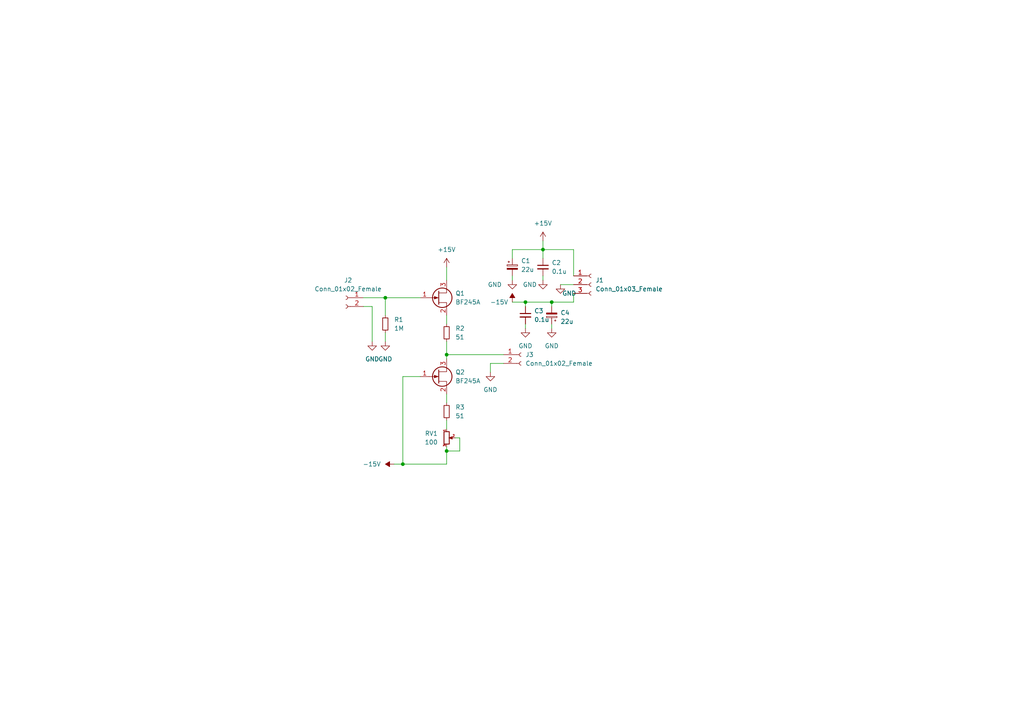
<source format=kicad_sch>
(kicad_sch (version 20230121) (generator eeschema)

  (uuid e63e39d7-6ac0-4ffd-8aa3-1841a4541b55)

  (paper "A4")

  (lib_symbols
    (symbol "Connector:Conn_01x02_Female" (pin_names (offset 1.016) hide) (in_bom yes) (on_board yes)
      (property "Reference" "J" (at 0 2.54 0)
        (effects (font (size 1.27 1.27)))
      )
      (property "Value" "Conn_01x02_Female" (at 0 -5.08 0)
        (effects (font (size 1.27 1.27)))
      )
      (property "Footprint" "" (at 0 0 0)
        (effects (font (size 1.27 1.27)) hide)
      )
      (property "Datasheet" "~" (at 0 0 0)
        (effects (font (size 1.27 1.27)) hide)
      )
      (property "ki_keywords" "connector" (at 0 0 0)
        (effects (font (size 1.27 1.27)) hide)
      )
      (property "ki_description" "Generic connector, single row, 01x02, script generated (kicad-library-utils/schlib/autogen/connector/)" (at 0 0 0)
        (effects (font (size 1.27 1.27)) hide)
      )
      (property "ki_fp_filters" "Connector*:*_1x??_*" (at 0 0 0)
        (effects (font (size 1.27 1.27)) hide)
      )
      (symbol "Conn_01x02_Female_1_1"
        (arc (start 0 -2.032) (mid -0.5058 -2.54) (end 0 -3.048)
          (stroke (width 0.1524) (type default))
          (fill (type none))
        )
        (polyline
          (pts
            (xy -1.27 -2.54)
            (xy -0.508 -2.54)
          )
          (stroke (width 0.1524) (type default))
          (fill (type none))
        )
        (polyline
          (pts
            (xy -1.27 0)
            (xy -0.508 0)
          )
          (stroke (width 0.1524) (type default))
          (fill (type none))
        )
        (arc (start 0 0.508) (mid -0.5058 0) (end 0 -0.508)
          (stroke (width 0.1524) (type default))
          (fill (type none))
        )
        (pin passive line (at -5.08 0 0) (length 3.81)
          (name "Pin_1" (effects (font (size 1.27 1.27))))
          (number "1" (effects (font (size 1.27 1.27))))
        )
        (pin passive line (at -5.08 -2.54 0) (length 3.81)
          (name "Pin_2" (effects (font (size 1.27 1.27))))
          (number "2" (effects (font (size 1.27 1.27))))
        )
      )
    )
    (symbol "Connector:Conn_01x03_Female" (pin_names (offset 1.016) hide) (in_bom yes) (on_board yes)
      (property "Reference" "J" (at 0 5.08 0)
        (effects (font (size 1.27 1.27)))
      )
      (property "Value" "Conn_01x03_Female" (at 0 -5.08 0)
        (effects (font (size 1.27 1.27)))
      )
      (property "Footprint" "" (at 0 0 0)
        (effects (font (size 1.27 1.27)) hide)
      )
      (property "Datasheet" "~" (at 0 0 0)
        (effects (font (size 1.27 1.27)) hide)
      )
      (property "ki_keywords" "connector" (at 0 0 0)
        (effects (font (size 1.27 1.27)) hide)
      )
      (property "ki_description" "Generic connector, single row, 01x03, script generated (kicad-library-utils/schlib/autogen/connector/)" (at 0 0 0)
        (effects (font (size 1.27 1.27)) hide)
      )
      (property "ki_fp_filters" "Connector*:*_1x??_*" (at 0 0 0)
        (effects (font (size 1.27 1.27)) hide)
      )
      (symbol "Conn_01x03_Female_1_1"
        (arc (start 0 -2.032) (mid -0.5058 -2.54) (end 0 -3.048)
          (stroke (width 0.1524) (type default))
          (fill (type none))
        )
        (polyline
          (pts
            (xy -1.27 -2.54)
            (xy -0.508 -2.54)
          )
          (stroke (width 0.1524) (type default))
          (fill (type none))
        )
        (polyline
          (pts
            (xy -1.27 0)
            (xy -0.508 0)
          )
          (stroke (width 0.1524) (type default))
          (fill (type none))
        )
        (polyline
          (pts
            (xy -1.27 2.54)
            (xy -0.508 2.54)
          )
          (stroke (width 0.1524) (type default))
          (fill (type none))
        )
        (arc (start 0 0.508) (mid -0.5058 0) (end 0 -0.508)
          (stroke (width 0.1524) (type default))
          (fill (type none))
        )
        (arc (start 0 3.048) (mid -0.5058 2.54) (end 0 2.032)
          (stroke (width 0.1524) (type default))
          (fill (type none))
        )
        (pin passive line (at -5.08 2.54 0) (length 3.81)
          (name "Pin_1" (effects (font (size 1.27 1.27))))
          (number "1" (effects (font (size 1.27 1.27))))
        )
        (pin passive line (at -5.08 0 0) (length 3.81)
          (name "Pin_2" (effects (font (size 1.27 1.27))))
          (number "2" (effects (font (size 1.27 1.27))))
        )
        (pin passive line (at -5.08 -2.54 0) (length 3.81)
          (name "Pin_3" (effects (font (size 1.27 1.27))))
          (number "3" (effects (font (size 1.27 1.27))))
        )
      )
    )
    (symbol "Device:C_Polarized_Small" (pin_numbers hide) (pin_names (offset 0.254) hide) (in_bom yes) (on_board yes)
      (property "Reference" "C" (at 0.254 1.778 0)
        (effects (font (size 1.27 1.27)) (justify left))
      )
      (property "Value" "C_Polarized_Small" (at 0.254 -2.032 0)
        (effects (font (size 1.27 1.27)) (justify left))
      )
      (property "Footprint" "" (at 0 0 0)
        (effects (font (size 1.27 1.27)) hide)
      )
      (property "Datasheet" "~" (at 0 0 0)
        (effects (font (size 1.27 1.27)) hide)
      )
      (property "ki_keywords" "cap capacitor" (at 0 0 0)
        (effects (font (size 1.27 1.27)) hide)
      )
      (property "ki_description" "Polarized capacitor, small symbol" (at 0 0 0)
        (effects (font (size 1.27 1.27)) hide)
      )
      (property "ki_fp_filters" "CP_*" (at 0 0 0)
        (effects (font (size 1.27 1.27)) hide)
      )
      (symbol "C_Polarized_Small_0_1"
        (rectangle (start -1.524 -0.3048) (end 1.524 -0.6858)
          (stroke (width 0) (type default))
          (fill (type outline))
        )
        (rectangle (start -1.524 0.6858) (end 1.524 0.3048)
          (stroke (width 0) (type default))
          (fill (type none))
        )
        (polyline
          (pts
            (xy -1.27 1.524)
            (xy -0.762 1.524)
          )
          (stroke (width 0) (type default))
          (fill (type none))
        )
        (polyline
          (pts
            (xy -1.016 1.27)
            (xy -1.016 1.778)
          )
          (stroke (width 0) (type default))
          (fill (type none))
        )
      )
      (symbol "C_Polarized_Small_1_1"
        (pin passive line (at 0 2.54 270) (length 1.8542)
          (name "~" (effects (font (size 1.27 1.27))))
          (number "1" (effects (font (size 1.27 1.27))))
        )
        (pin passive line (at 0 -2.54 90) (length 1.8542)
          (name "~" (effects (font (size 1.27 1.27))))
          (number "2" (effects (font (size 1.27 1.27))))
        )
      )
    )
    (symbol "Device:C_Small" (pin_numbers hide) (pin_names (offset 0.254) hide) (in_bom yes) (on_board yes)
      (property "Reference" "C" (at 0.254 1.778 0)
        (effects (font (size 1.27 1.27)) (justify left))
      )
      (property "Value" "C_Small" (at 0.254 -2.032 0)
        (effects (font (size 1.27 1.27)) (justify left))
      )
      (property "Footprint" "" (at 0 0 0)
        (effects (font (size 1.27 1.27)) hide)
      )
      (property "Datasheet" "~" (at 0 0 0)
        (effects (font (size 1.27 1.27)) hide)
      )
      (property "ki_keywords" "capacitor cap" (at 0 0 0)
        (effects (font (size 1.27 1.27)) hide)
      )
      (property "ki_description" "Unpolarized capacitor, small symbol" (at 0 0 0)
        (effects (font (size 1.27 1.27)) hide)
      )
      (property "ki_fp_filters" "C_*" (at 0 0 0)
        (effects (font (size 1.27 1.27)) hide)
      )
      (symbol "C_Small_0_1"
        (polyline
          (pts
            (xy -1.524 -0.508)
            (xy 1.524 -0.508)
          )
          (stroke (width 0.3302) (type default))
          (fill (type none))
        )
        (polyline
          (pts
            (xy -1.524 0.508)
            (xy 1.524 0.508)
          )
          (stroke (width 0.3048) (type default))
          (fill (type none))
        )
      )
      (symbol "C_Small_1_1"
        (pin passive line (at 0 2.54 270) (length 2.032)
          (name "~" (effects (font (size 1.27 1.27))))
          (number "1" (effects (font (size 1.27 1.27))))
        )
        (pin passive line (at 0 -2.54 90) (length 2.032)
          (name "~" (effects (font (size 1.27 1.27))))
          (number "2" (effects (font (size 1.27 1.27))))
        )
      )
    )
    (symbol "Device:R_Potentiometer_Small" (pin_names (offset 1.016) hide) (in_bom yes) (on_board yes)
      (property "Reference" "RV" (at -4.445 0 90)
        (effects (font (size 1.27 1.27)))
      )
      (property "Value" "R_Potentiometer_Small" (at -2.54 0 90)
        (effects (font (size 1.27 1.27)))
      )
      (property "Footprint" "" (at 0 0 0)
        (effects (font (size 1.27 1.27)) hide)
      )
      (property "Datasheet" "~" (at 0 0 0)
        (effects (font (size 1.27 1.27)) hide)
      )
      (property "ki_keywords" "resistor variable" (at 0 0 0)
        (effects (font (size 1.27 1.27)) hide)
      )
      (property "ki_description" "Potentiometer" (at 0 0 0)
        (effects (font (size 1.27 1.27)) hide)
      )
      (property "ki_fp_filters" "Potentiometer*" (at 0 0 0)
        (effects (font (size 1.27 1.27)) hide)
      )
      (symbol "R_Potentiometer_Small_0_1"
        (polyline
          (pts
            (xy 0.889 0)
            (xy 0.635 0)
            (xy 1.651 0.381)
            (xy 1.651 -0.381)
            (xy 0.635 0)
            (xy 0.889 0)
          )
          (stroke (width 0) (type default))
          (fill (type outline))
        )
        (rectangle (start 0.762 1.8034) (end -0.762 -1.8034)
          (stroke (width 0.254) (type default))
          (fill (type none))
        )
      )
      (symbol "R_Potentiometer_Small_1_1"
        (pin passive line (at 0 2.54 270) (length 0.635)
          (name "1" (effects (font (size 0.635 0.635))))
          (number "1" (effects (font (size 0.635 0.635))))
        )
        (pin passive line (at 2.54 0 180) (length 0.9906)
          (name "2" (effects (font (size 0.635 0.635))))
          (number "2" (effects (font (size 0.635 0.635))))
        )
        (pin passive line (at 0 -2.54 90) (length 0.635)
          (name "3" (effects (font (size 0.635 0.635))))
          (number "3" (effects (font (size 0.635 0.635))))
        )
      )
    )
    (symbol "Device:R_Small" (pin_numbers hide) (pin_names (offset 0.254) hide) (in_bom yes) (on_board yes)
      (property "Reference" "R" (at 0.762 0.508 0)
        (effects (font (size 1.27 1.27)) (justify left))
      )
      (property "Value" "R_Small" (at 0.762 -1.016 0)
        (effects (font (size 1.27 1.27)) (justify left))
      )
      (property "Footprint" "" (at 0 0 0)
        (effects (font (size 1.27 1.27)) hide)
      )
      (property "Datasheet" "~" (at 0 0 0)
        (effects (font (size 1.27 1.27)) hide)
      )
      (property "ki_keywords" "R resistor" (at 0 0 0)
        (effects (font (size 1.27 1.27)) hide)
      )
      (property "ki_description" "Resistor, small symbol" (at 0 0 0)
        (effects (font (size 1.27 1.27)) hide)
      )
      (property "ki_fp_filters" "R_*" (at 0 0 0)
        (effects (font (size 1.27 1.27)) hide)
      )
      (symbol "R_Small_0_1"
        (rectangle (start -0.762 1.778) (end 0.762 -1.778)
          (stroke (width 0.2032) (type default))
          (fill (type none))
        )
      )
      (symbol "R_Small_1_1"
        (pin passive line (at 0 2.54 270) (length 0.762)
          (name "~" (effects (font (size 1.27 1.27))))
          (number "1" (effects (font (size 1.27 1.27))))
        )
        (pin passive line (at 0 -2.54 90) (length 0.762)
          (name "~" (effects (font (size 1.27 1.27))))
          (number "2" (effects (font (size 1.27 1.27))))
        )
      )
    )
    (symbol "Transistor_FET:BF245A" (pin_names hide) (in_bom yes) (on_board yes)
      (property "Reference" "Q" (at 5.08 1.905 0)
        (effects (font (size 1.27 1.27)) (justify left))
      )
      (property "Value" "BF245A" (at 5.08 0 0)
        (effects (font (size 1.27 1.27)) (justify left))
      )
      (property "Footprint" "Package_TO_SOT_THT:TO-92_Inline" (at 5.08 -1.905 0)
        (effects (font (size 1.27 1.27) italic) (justify left) hide)
      )
      (property "Datasheet" "https://www.onsemi.com/pub/Collateral/BF245A-D.PDF" (at 0 0 0)
        (effects (font (size 1.27 1.27)) (justify left) hide)
      )
      (property "ki_keywords" "N-Channel FET Transistor Low Voltage" (at 0 0 0)
        (effects (font (size 1.27 1.27)) hide)
      )
      (property "ki_description" "50mA Id, 30V Vgs, N-Channel FET Transistor, TO-92" (at 0 0 0)
        (effects (font (size 1.27 1.27)) hide)
      )
      (property "ki_fp_filters" "TO?92*" (at 0 0 0)
        (effects (font (size 1.27 1.27)) hide)
      )
      (symbol "BF245A_0_1"
        (polyline
          (pts
            (xy 0.254 0)
            (xy -2.54 0)
          )
          (stroke (width 0) (type default))
          (fill (type none))
        )
        (polyline
          (pts
            (xy 0.254 1.905)
            (xy 0.254 -1.905)
          )
          (stroke (width 0.254) (type default))
          (fill (type none))
        )
        (polyline
          (pts
            (xy 2.54 -2.54)
            (xy 2.54 -1.397)
            (xy 0.254 -1.397)
          )
          (stroke (width 0) (type default))
          (fill (type none))
        )
        (polyline
          (pts
            (xy 2.54 2.54)
            (xy 2.54 1.397)
            (xy 0.254 1.397)
          )
          (stroke (width 0) (type default))
          (fill (type none))
        )
        (polyline
          (pts
            (xy 0 0)
            (xy -1.016 0.381)
            (xy -1.016 -0.381)
            (xy 0 0)
          )
          (stroke (width 0) (type default))
          (fill (type outline))
        )
        (circle (center 1.27 0) (radius 2.8194)
          (stroke (width 0.254) (type default))
          (fill (type none))
        )
      )
      (symbol "BF245A_1_1"
        (pin input line (at -5.08 0 0) (length 2.54)
          (name "G" (effects (font (size 1.27 1.27))))
          (number "1" (effects (font (size 1.27 1.27))))
        )
        (pin passive line (at 2.54 -5.08 90) (length 2.54)
          (name "S" (effects (font (size 1.27 1.27))))
          (number "2" (effects (font (size 1.27 1.27))))
        )
        (pin passive line (at 2.54 5.08 270) (length 2.54)
          (name "D" (effects (font (size 1.27 1.27))))
          (number "3" (effects (font (size 1.27 1.27))))
        )
      )
    )
    (symbol "power:+15V" (power) (pin_names (offset 0)) (in_bom yes) (on_board yes)
      (property "Reference" "#PWR" (at 0 -3.81 0)
        (effects (font (size 1.27 1.27)) hide)
      )
      (property "Value" "+15V" (at 0 3.556 0)
        (effects (font (size 1.27 1.27)))
      )
      (property "Footprint" "" (at 0 0 0)
        (effects (font (size 1.27 1.27)) hide)
      )
      (property "Datasheet" "" (at 0 0 0)
        (effects (font (size 1.27 1.27)) hide)
      )
      (property "ki_keywords" "power-flag" (at 0 0 0)
        (effects (font (size 1.27 1.27)) hide)
      )
      (property "ki_description" "Power symbol creates a global label with name \"+15V\"" (at 0 0 0)
        (effects (font (size 1.27 1.27)) hide)
      )
      (symbol "+15V_0_1"
        (polyline
          (pts
            (xy -0.762 1.27)
            (xy 0 2.54)
          )
          (stroke (width 0) (type default))
          (fill (type none))
        )
        (polyline
          (pts
            (xy 0 0)
            (xy 0 2.54)
          )
          (stroke (width 0) (type default))
          (fill (type none))
        )
        (polyline
          (pts
            (xy 0 2.54)
            (xy 0.762 1.27)
          )
          (stroke (width 0) (type default))
          (fill (type none))
        )
      )
      (symbol "+15V_1_1"
        (pin power_in line (at 0 0 90) (length 0) hide
          (name "+15V" (effects (font (size 1.27 1.27))))
          (number "1" (effects (font (size 1.27 1.27))))
        )
      )
    )
    (symbol "power:-15V" (power) (pin_names (offset 0)) (in_bom yes) (on_board yes)
      (property "Reference" "#PWR" (at 0 2.54 0)
        (effects (font (size 1.27 1.27)) hide)
      )
      (property "Value" "-15V" (at 0 3.81 0)
        (effects (font (size 1.27 1.27)))
      )
      (property "Footprint" "" (at 0 0 0)
        (effects (font (size 1.27 1.27)) hide)
      )
      (property "Datasheet" "" (at 0 0 0)
        (effects (font (size 1.27 1.27)) hide)
      )
      (property "ki_keywords" "power-flag" (at 0 0 0)
        (effects (font (size 1.27 1.27)) hide)
      )
      (property "ki_description" "Power symbol creates a global label with name \"-15V\"" (at 0 0 0)
        (effects (font (size 1.27 1.27)) hide)
      )
      (symbol "-15V_0_0"
        (pin power_in line (at 0 0 90) (length 0) hide
          (name "-15V" (effects (font (size 1.27 1.27))))
          (number "1" (effects (font (size 1.27 1.27))))
        )
      )
      (symbol "-15V_0_1"
        (polyline
          (pts
            (xy 0 0)
            (xy 0 1.27)
            (xy 0.762 1.27)
            (xy 0 2.54)
            (xy -0.762 1.27)
            (xy 0 1.27)
          )
          (stroke (width 0) (type default))
          (fill (type outline))
        )
      )
    )
    (symbol "power:GND" (power) (pin_names (offset 0)) (in_bom yes) (on_board yes)
      (property "Reference" "#PWR" (at 0 -6.35 0)
        (effects (font (size 1.27 1.27)) hide)
      )
      (property "Value" "GND" (at 0 -3.81 0)
        (effects (font (size 1.27 1.27)))
      )
      (property "Footprint" "" (at 0 0 0)
        (effects (font (size 1.27 1.27)) hide)
      )
      (property "Datasheet" "" (at 0 0 0)
        (effects (font (size 1.27 1.27)) hide)
      )
      (property "ki_keywords" "power-flag" (at 0 0 0)
        (effects (font (size 1.27 1.27)) hide)
      )
      (property "ki_description" "Power symbol creates a global label with name \"GND\" , ground" (at 0 0 0)
        (effects (font (size 1.27 1.27)) hide)
      )
      (symbol "GND_0_1"
        (polyline
          (pts
            (xy 0 0)
            (xy 0 -1.27)
            (xy 1.27 -1.27)
            (xy 0 -2.54)
            (xy -1.27 -1.27)
            (xy 0 -1.27)
          )
          (stroke (width 0) (type default))
          (fill (type none))
        )
      )
      (symbol "GND_1_1"
        (pin power_in line (at 0 0 270) (length 0) hide
          (name "GND" (effects (font (size 1.27 1.27))))
          (number "1" (effects (font (size 1.27 1.27))))
        )
      )
    )
  )

  (junction (at 116.84 134.62) (diameter 0) (color 0 0 0 0)
    (uuid 4aa10f7e-92b2-47a5-b77b-e594b5ea5280)
  )
  (junction (at 129.54 102.87) (diameter 0) (color 0 0 0 0)
    (uuid 4b845703-6ef5-4045-adeb-0a5966319a54)
  )
  (junction (at 160.02 87.63) (diameter 0) (color 0 0 0 0)
    (uuid 54668a8d-6869-4185-80a1-6fb82701f4fe)
  )
  (junction (at 157.48 72.39) (diameter 0) (color 0 0 0 0)
    (uuid 5d8723d3-7739-4950-8eba-7aa4f8db8a19)
  )
  (junction (at 111.76 86.36) (diameter 0) (color 0 0 0 0)
    (uuid 6b272fd1-414a-46a6-80d4-c897a1658139)
  )
  (junction (at 152.4 87.63) (diameter 0) (color 0 0 0 0)
    (uuid 6b437add-d402-4d3c-9f94-08dcc832ec34)
  )
  (junction (at 129.54 130.81) (diameter 0) (color 0 0 0 0)
    (uuid 80e5dcbb-42b9-4f3e-8bc7-fefe1191020d)
  )

  (wire (pts (xy 148.59 87.63) (xy 152.4 87.63))
    (stroke (width 0) (type default))
    (uuid 09e192ca-61bf-43c6-a605-71eeaa1b5feb)
  )
  (wire (pts (xy 114.3 134.62) (xy 116.84 134.62))
    (stroke (width 0) (type default))
    (uuid 0d43920b-1724-4299-822b-453cf6717b77)
  )
  (wire (pts (xy 160.02 93.98) (xy 160.02 95.25))
    (stroke (width 0) (type default))
    (uuid 0e4ab230-e03d-4b9a-9159-cfa3d7c2f217)
  )
  (wire (pts (xy 129.54 102.87) (xy 146.05 102.87))
    (stroke (width 0) (type default))
    (uuid 1395a383-b463-49f2-9a9b-4e3202d0bb81)
  )
  (wire (pts (xy 129.54 99.06) (xy 129.54 102.87))
    (stroke (width 0) (type default))
    (uuid 177b2ef1-bc50-4950-9d9b-57c12808e312)
  )
  (wire (pts (xy 111.76 86.36) (xy 121.92 86.36))
    (stroke (width 0) (type default))
    (uuid 184ac5ad-d287-402f-b65e-c0863e6ca5fd)
  )
  (wire (pts (xy 105.41 88.9) (xy 107.95 88.9))
    (stroke (width 0) (type default))
    (uuid 1aee0201-ba7d-4c87-896e-527e28970a2f)
  )
  (wire (pts (xy 105.41 86.36) (xy 111.76 86.36))
    (stroke (width 0) (type default))
    (uuid 1f00e277-8fc0-4662-8941-c4d05ab45239)
  )
  (wire (pts (xy 148.59 72.39) (xy 148.59 74.93))
    (stroke (width 0) (type default))
    (uuid 21354175-3ecb-465f-a54a-d9c487eb5f61)
  )
  (wire (pts (xy 111.76 91.44) (xy 111.76 86.36))
    (stroke (width 0) (type default))
    (uuid 21fc63cc-71f6-418a-ba3f-cb6d9586f523)
  )
  (wire (pts (xy 162.56 82.55) (xy 166.37 82.55))
    (stroke (width 0) (type default))
    (uuid 4cb41ee2-1ee3-48bb-8028-6fda92ea16a9)
  )
  (wire (pts (xy 166.37 72.39) (xy 166.37 80.01))
    (stroke (width 0) (type default))
    (uuid 4ef8767a-277e-4be9-a28a-1823a1a7c6a7)
  )
  (wire (pts (xy 142.24 105.41) (xy 146.05 105.41))
    (stroke (width 0) (type default))
    (uuid 50b6aa6e-a9ed-4bda-afb7-85af9d92b210)
  )
  (wire (pts (xy 152.4 87.63) (xy 160.02 87.63))
    (stroke (width 0) (type default))
    (uuid 56c51e38-c287-4ad6-af06-2d3d22a77587)
  )
  (wire (pts (xy 157.48 72.39) (xy 148.59 72.39))
    (stroke (width 0) (type default))
    (uuid 5d33cca4-f2eb-44d8-b0e7-4b35cd04d6c0)
  )
  (wire (pts (xy 129.54 102.87) (xy 129.54 104.14))
    (stroke (width 0) (type default))
    (uuid 66e6623d-f84e-4f07-b919-158f991a0383)
  )
  (wire (pts (xy 152.4 93.98) (xy 152.4 95.25))
    (stroke (width 0) (type default))
    (uuid 6a0bcc7c-41ac-40de-b94b-28a43d3cda4e)
  )
  (wire (pts (xy 129.54 121.92) (xy 129.54 124.46))
    (stroke (width 0) (type default))
    (uuid 7209f442-fb58-49a3-b10b-1eb5601087c3)
  )
  (wire (pts (xy 111.76 96.52) (xy 111.76 99.06))
    (stroke (width 0) (type default))
    (uuid 73970262-f4bf-4738-8857-aad98cd117af)
  )
  (wire (pts (xy 129.54 114.3) (xy 129.54 116.84))
    (stroke (width 0) (type default))
    (uuid 771f8d40-3524-435a-a806-76f34f9becca)
  )
  (wire (pts (xy 160.02 88.9) (xy 160.02 87.63))
    (stroke (width 0) (type default))
    (uuid 803e41b8-9a5b-4fe8-a806-d07cd514e807)
  )
  (wire (pts (xy 148.59 80.01) (xy 148.59 81.28))
    (stroke (width 0) (type default))
    (uuid 8f7000f4-0c3b-4749-b12d-6129976e7c02)
  )
  (wire (pts (xy 166.37 85.09) (xy 166.37 87.63))
    (stroke (width 0) (type default))
    (uuid 9121b7dc-88c1-4d73-8ac7-e81920785fae)
  )
  (wire (pts (xy 157.48 80.01) (xy 157.48 81.28))
    (stroke (width 0) (type default))
    (uuid 9da434be-a59f-45c6-b7fe-50ed7a20b8a9)
  )
  (wire (pts (xy 116.84 134.62) (xy 129.54 134.62))
    (stroke (width 0) (type default))
    (uuid ab1817d8-66e4-48e8-8dba-1fc43c645cad)
  )
  (wire (pts (xy 129.54 130.81) (xy 133.35 130.81))
    (stroke (width 0) (type default))
    (uuid ab406cca-bbe7-459c-8c1f-eaa2010b2130)
  )
  (wire (pts (xy 129.54 130.81) (xy 129.54 134.62))
    (stroke (width 0) (type default))
    (uuid ac2d20fb-b587-4e84-95b9-c4caef68d532)
  )
  (wire (pts (xy 129.54 77.47) (xy 129.54 81.28))
    (stroke (width 0) (type default))
    (uuid b4c1cefa-be24-499f-8fca-7ea094e7dd35)
  )
  (wire (pts (xy 116.84 109.22) (xy 121.92 109.22))
    (stroke (width 0) (type default))
    (uuid bbab17bb-49e9-48a9-92ac-0623e38676a4)
  )
  (wire (pts (xy 157.48 72.39) (xy 157.48 74.93))
    (stroke (width 0) (type default))
    (uuid bc10cd31-0eec-4a24-a29b-726ac09a41e7)
  )
  (wire (pts (xy 160.02 87.63) (xy 166.37 87.63))
    (stroke (width 0) (type default))
    (uuid be616624-0730-4a2a-9037-ecd0e840ef82)
  )
  (wire (pts (xy 142.24 107.95) (xy 142.24 105.41))
    (stroke (width 0) (type default))
    (uuid cdf26929-46d8-416f-834e-5a6d774e7f40)
  )
  (wire (pts (xy 129.54 130.81) (xy 129.54 129.54))
    (stroke (width 0) (type default))
    (uuid d6df2d38-4e20-41e1-9db3-094025389002)
  )
  (wire (pts (xy 152.4 88.9) (xy 152.4 87.63))
    (stroke (width 0) (type default))
    (uuid df3b381e-4ea3-49ad-8c79-bbe2d7541527)
  )
  (wire (pts (xy 133.35 130.81) (xy 133.35 127))
    (stroke (width 0) (type default))
    (uuid ea08bfa5-3db1-4ed3-9ad5-d21fa5a4de15)
  )
  (wire (pts (xy 116.84 109.22) (xy 116.84 134.62))
    (stroke (width 0) (type default))
    (uuid ee66bf77-b956-4fe2-843b-3fa5e0399a6b)
  )
  (wire (pts (xy 132.08 127) (xy 133.35 127))
    (stroke (width 0) (type default))
    (uuid ef5b51f6-b5d7-4199-8c1f-5674a5111de7)
  )
  (wire (pts (xy 107.95 99.06) (xy 107.95 88.9))
    (stroke (width 0) (type default))
    (uuid f252d74b-2ace-4f9e-a26b-0ca4e6219736)
  )
  (wire (pts (xy 129.54 91.44) (xy 129.54 93.98))
    (stroke (width 0) (type default))
    (uuid f572329a-e113-47fa-ad88-a581beda9012)
  )
  (wire (pts (xy 166.37 72.39) (xy 157.48 72.39))
    (stroke (width 0) (type default))
    (uuid f5fc9b61-8c05-4154-a2ec-600117daceb2)
  )
  (wire (pts (xy 157.48 69.85) (xy 157.48 72.39))
    (stroke (width 0) (type default))
    (uuid f6848b21-9585-47d7-9ad9-265a5d32bef0)
  )

  (symbol (lib_id "Device:C_Small") (at 152.4 91.44 0) (unit 1)
    (in_bom yes) (on_board yes) (dnp no) (fields_autoplaced)
    (uuid 09a56acb-7125-41cb-b7e9-e9c8d42a26e5)
    (property "Reference" "C3" (at 154.94 90.1762 0)
      (effects (font (size 1.27 1.27)) (justify left))
    )
    (property "Value" "0.1u" (at 154.94 92.7162 0)
      (effects (font (size 1.27 1.27)) (justify left))
    )
    (property "Footprint" "Capacitor_SMD:C_0805_2012Metric" (at 152.4 91.44 0)
      (effects (font (size 1.27 1.27)) hide)
    )
    (property "Datasheet" "~" (at 152.4 91.44 0)
      (effects (font (size 1.27 1.27)) hide)
    )
    (pin "1" (uuid 43e2f932-9d0d-4a97-af5d-749f39ab369e))
    (pin "2" (uuid b0af4130-46c0-4be8-9400-72ecdec20706))
    (instances
      (project "Wtórnik_oscyloskopowy_JFET"
        (path "/e63e39d7-6ac0-4ffd-8aa3-1841a4541b55"
          (reference "C3") (unit 1)
        )
      )
    )
  )

  (symbol (lib_id "Connector:Conn_01x02_Female") (at 100.33 86.36 0) (mirror y) (unit 1)
    (in_bom yes) (on_board yes) (dnp no) (fields_autoplaced)
    (uuid 0ae91059-c3cb-42ca-b237-3365d95bbdf4)
    (property "Reference" "J2" (at 100.965 81.28 0)
      (effects (font (size 1.27 1.27)))
    )
    (property "Value" "Conn_01x02_Female" (at 100.965 83.82 0)
      (effects (font (size 1.27 1.27)))
    )
    (property "Footprint" "Connector_PinHeader_2.54mm:PinHeader_1x02_P2.54mm_Vertical" (at 100.33 86.36 0)
      (effects (font (size 1.27 1.27)) hide)
    )
    (property "Datasheet" "~" (at 100.33 86.36 0)
      (effects (font (size 1.27 1.27)) hide)
    )
    (pin "1" (uuid 8c6d2a68-1e86-4cd8-86da-9252a6831921))
    (pin "2" (uuid 2c75b0fd-8d39-4134-8230-331aada634fa))
    (instances
      (project "Wtórnik_oscyloskopowy_JFET"
        (path "/e63e39d7-6ac0-4ffd-8aa3-1841a4541b55"
          (reference "J2") (unit 1)
        )
      )
    )
  )

  (symbol (lib_id "Device:R_Small") (at 129.54 119.38 0) (unit 1)
    (in_bom yes) (on_board yes) (dnp no) (fields_autoplaced)
    (uuid 19b6fdb7-c2da-4e40-b2bb-be0a937611f0)
    (property "Reference" "R3" (at 132.08 118.1099 0)
      (effects (font (size 1.27 1.27)) (justify left))
    )
    (property "Value" "51" (at 132.08 120.6499 0)
      (effects (font (size 1.27 1.27)) (justify left))
    )
    (property "Footprint" "Resistor_SMD:R_0805_2012Metric" (at 129.54 119.38 0)
      (effects (font (size 1.27 1.27)) hide)
    )
    (property "Datasheet" "~" (at 129.54 119.38 0)
      (effects (font (size 1.27 1.27)) hide)
    )
    (pin "1" (uuid 8d8b2706-9915-4c1b-a96c-fb7f84829922))
    (pin "2" (uuid 15e78e6a-8c84-4259-bcfc-c1d391a2ae95))
    (instances
      (project "Wtórnik_oscyloskopowy_JFET"
        (path "/e63e39d7-6ac0-4ffd-8aa3-1841a4541b55"
          (reference "R3") (unit 1)
        )
      )
    )
  )

  (symbol (lib_id "Device:C_Small") (at 157.48 77.47 0) (unit 1)
    (in_bom yes) (on_board yes) (dnp no) (fields_autoplaced)
    (uuid 24b2d98a-16d1-42e6-b966-91f96e2dfd1a)
    (property "Reference" "C2" (at 160.02 76.2062 0)
      (effects (font (size 1.27 1.27)) (justify left))
    )
    (property "Value" "0.1u" (at 160.02 78.7462 0)
      (effects (font (size 1.27 1.27)) (justify left))
    )
    (property "Footprint" "Capacitor_SMD:C_0805_2012Metric" (at 157.48 77.47 0)
      (effects (font (size 1.27 1.27)) hide)
    )
    (property "Datasheet" "~" (at 157.48 77.47 0)
      (effects (font (size 1.27 1.27)) hide)
    )
    (pin "1" (uuid b10980a7-95d9-4dee-b09a-64b12f96c76b))
    (pin "2" (uuid 951a6862-33fc-4134-bb71-2aad04f8b459))
    (instances
      (project "Wtórnik_oscyloskopowy_JFET"
        (path "/e63e39d7-6ac0-4ffd-8aa3-1841a4541b55"
          (reference "C2") (unit 1)
        )
      )
    )
  )

  (symbol (lib_id "power:GND") (at 107.95 99.06 0) (unit 1)
    (in_bom yes) (on_board yes) (dnp no) (fields_autoplaced)
    (uuid 24d65863-2154-46a1-8d8a-76dec4fc659f)
    (property "Reference" "#PWR09" (at 107.95 105.41 0)
      (effects (font (size 1.27 1.27)) hide)
    )
    (property "Value" "GND" (at 107.95 104.14 0)
      (effects (font (size 1.27 1.27)))
    )
    (property "Footprint" "" (at 107.95 99.06 0)
      (effects (font (size 1.27 1.27)) hide)
    )
    (property "Datasheet" "" (at 107.95 99.06 0)
      (effects (font (size 1.27 1.27)) hide)
    )
    (pin "1" (uuid 8441d3c1-d034-4b26-ab0f-71bf53ef895e))
    (instances
      (project "Wtórnik_oscyloskopowy_JFET"
        (path "/e63e39d7-6ac0-4ffd-8aa3-1841a4541b55"
          (reference "#PWR09") (unit 1)
        )
      )
    )
  )

  (symbol (lib_id "power:GND") (at 162.56 82.55 0) (unit 1)
    (in_bom yes) (on_board yes) (dnp no)
    (uuid 2e52ddce-2cbe-4645-89b6-06038038f987)
    (property "Reference" "#PWR05" (at 162.56 88.9 0)
      (effects (font (size 1.27 1.27)) hide)
    )
    (property "Value" "GND" (at 165.1 85.09 0)
      (effects (font (size 1.27 1.27)))
    )
    (property "Footprint" "" (at 162.56 82.55 0)
      (effects (font (size 1.27 1.27)) hide)
    )
    (property "Datasheet" "" (at 162.56 82.55 0)
      (effects (font (size 1.27 1.27)) hide)
    )
    (pin "1" (uuid d5b0326a-aec6-4804-ae9f-ab162d2a16d9))
    (instances
      (project "Wtórnik_oscyloskopowy_JFET"
        (path "/e63e39d7-6ac0-4ffd-8aa3-1841a4541b55"
          (reference "#PWR05") (unit 1)
        )
      )
    )
  )

  (symbol (lib_id "Device:C_Polarized_Small") (at 160.02 91.44 180) (unit 1)
    (in_bom yes) (on_board yes) (dnp no) (fields_autoplaced)
    (uuid 2f5f13e4-0b2f-488c-922c-a01886eb99ad)
    (property "Reference" "C4" (at 162.56 90.716 0)
      (effects (font (size 1.27 1.27)) (justify right))
    )
    (property "Value" "22u" (at 162.56 93.256 0)
      (effects (font (size 1.27 1.27)) (justify right))
    )
    (property "Footprint" "Capacitor_THT:CP_Radial_Tantal_D5.0mm_P5.00mm" (at 160.02 91.44 0)
      (effects (font (size 1.27 1.27)) hide)
    )
    (property "Datasheet" "~" (at 160.02 91.44 0)
      (effects (font (size 1.27 1.27)) hide)
    )
    (pin "1" (uuid a17fa3ad-9896-4bae-8d92-423e370a41fc))
    (pin "2" (uuid be06d4c0-f899-47d1-b3bf-0ad40310611c))
    (instances
      (project "Wtórnik_oscyloskopowy_JFET"
        (path "/e63e39d7-6ac0-4ffd-8aa3-1841a4541b55"
          (reference "C4") (unit 1)
        )
      )
    )
  )

  (symbol (lib_id "power:+15V") (at 157.48 69.85 0) (unit 1)
    (in_bom yes) (on_board yes) (dnp no) (fields_autoplaced)
    (uuid 40ebd194-a6e5-44e3-ac24-54b6fe1d4b5b)
    (property "Reference" "#PWR01" (at 157.48 73.66 0)
      (effects (font (size 1.27 1.27)) hide)
    )
    (property "Value" "+15V" (at 157.48 64.77 0)
      (effects (font (size 1.27 1.27)))
    )
    (property "Footprint" "" (at 157.48 69.85 0)
      (effects (font (size 1.27 1.27)) hide)
    )
    (property "Datasheet" "" (at 157.48 69.85 0)
      (effects (font (size 1.27 1.27)) hide)
    )
    (pin "1" (uuid 91e0766e-424c-4f56-9f8b-5f877424606a))
    (instances
      (project "Wtórnik_oscyloskopowy_JFET"
        (path "/e63e39d7-6ac0-4ffd-8aa3-1841a4541b55"
          (reference "#PWR01") (unit 1)
        )
      )
    )
  )

  (symbol (lib_id "Connector:Conn_01x03_Female") (at 171.45 82.55 0) (unit 1)
    (in_bom yes) (on_board yes) (dnp no) (fields_autoplaced)
    (uuid 4204dc0d-9206-4a32-87d8-19df999486c3)
    (property "Reference" "J1" (at 172.72 81.2799 0)
      (effects (font (size 1.27 1.27)) (justify left))
    )
    (property "Value" "Conn_01x03_Female" (at 172.72 83.8199 0)
      (effects (font (size 1.27 1.27)) (justify left))
    )
    (property "Footprint" "Connector_PinHeader_2.54mm:PinHeader_1x03_P2.54mm_Vertical" (at 171.45 82.55 0)
      (effects (font (size 1.27 1.27)) hide)
    )
    (property "Datasheet" "~" (at 171.45 82.55 0)
      (effects (font (size 1.27 1.27)) hide)
    )
    (pin "1" (uuid ba2173ed-5db0-4338-96e2-db968a7dac0e))
    (pin "2" (uuid 2568c805-c7ba-4ce1-896c-cf85c5f7c725))
    (pin "3" (uuid 05deb774-e861-48e4-b7e5-0954011a4887))
    (instances
      (project "Wtórnik_oscyloskopowy_JFET"
        (path "/e63e39d7-6ac0-4ffd-8aa3-1841a4541b55"
          (reference "J1") (unit 1)
        )
      )
    )
  )

  (symbol (lib_id "Device:R_Small") (at 129.54 96.52 0) (unit 1)
    (in_bom yes) (on_board yes) (dnp no) (fields_autoplaced)
    (uuid 43d1b320-be08-4c34-893b-273664b3ea68)
    (property "Reference" "R2" (at 132.08 95.2499 0)
      (effects (font (size 1.27 1.27)) (justify left))
    )
    (property "Value" "51" (at 132.08 97.7899 0)
      (effects (font (size 1.27 1.27)) (justify left))
    )
    (property "Footprint" "Resistor_SMD:R_0805_2012Metric" (at 129.54 96.52 0)
      (effects (font (size 1.27 1.27)) hide)
    )
    (property "Datasheet" "~" (at 129.54 96.52 0)
      (effects (font (size 1.27 1.27)) hide)
    )
    (pin "1" (uuid a7928873-604e-41b4-8f3c-a9332a26491c))
    (pin "2" (uuid 772b2560-c224-4933-9225-40be66422908))
    (instances
      (project "Wtórnik_oscyloskopowy_JFET"
        (path "/e63e39d7-6ac0-4ffd-8aa3-1841a4541b55"
          (reference "R2") (unit 1)
        )
      )
    )
  )

  (symbol (lib_id "power:GND") (at 157.48 81.28 0) (unit 1)
    (in_bom yes) (on_board yes) (dnp no)
    (uuid 5d1032ee-a165-44da-9904-c7ff88cd394c)
    (property "Reference" "#PWR04" (at 157.48 87.63 0)
      (effects (font (size 1.27 1.27)) hide)
    )
    (property "Value" "GND" (at 153.67 82.55 0)
      (effects (font (size 1.27 1.27)))
    )
    (property "Footprint" "" (at 157.48 81.28 0)
      (effects (font (size 1.27 1.27)) hide)
    )
    (property "Datasheet" "" (at 157.48 81.28 0)
      (effects (font (size 1.27 1.27)) hide)
    )
    (pin "1" (uuid 756470c6-8226-4d79-8826-198287fb1fa4))
    (instances
      (project "Wtórnik_oscyloskopowy_JFET"
        (path "/e63e39d7-6ac0-4ffd-8aa3-1841a4541b55"
          (reference "#PWR04") (unit 1)
        )
      )
    )
  )

  (symbol (lib_id "Transistor_FET:BF245A") (at 127 109.22 0) (unit 1)
    (in_bom yes) (on_board yes) (dnp no) (fields_autoplaced)
    (uuid 656d53ce-f566-445c-b0e6-a23f4f7c85c3)
    (property "Reference" "Q2" (at 132.08 107.9499 0)
      (effects (font (size 1.27 1.27)) (justify left))
    )
    (property "Value" "BF245A" (at 132.08 110.4899 0)
      (effects (font (size 1.27 1.27)) (justify left))
    )
    (property "Footprint" "Tranzystory:TO-92" (at 132.08 111.125 0)
      (effects (font (size 1.27 1.27) italic) (justify left) hide)
    )
    (property "Datasheet" "https://www.onsemi.com/pub/Collateral/BF245A-D.PDF" (at 127 109.22 0)
      (effects (font (size 1.27 1.27)) (justify left) hide)
    )
    (pin "1" (uuid bb101303-688e-47cd-94d7-3f017d5bbc1b))
    (pin "2" (uuid 104e71da-dfca-45be-b72b-a07760a6df68))
    (pin "3" (uuid af3133d6-3567-4a5e-85de-7a388c670552))
    (instances
      (project "Wtórnik_oscyloskopowy_JFET"
        (path "/e63e39d7-6ac0-4ffd-8aa3-1841a4541b55"
          (reference "Q2") (unit 1)
        )
      )
    )
  )

  (symbol (lib_id "power:GND") (at 152.4 95.25 0) (unit 1)
    (in_bom yes) (on_board yes) (dnp no) (fields_autoplaced)
    (uuid 70f3caa8-f372-4ff6-8ff3-977242d14e9a)
    (property "Reference" "#PWR07" (at 152.4 101.6 0)
      (effects (font (size 1.27 1.27)) hide)
    )
    (property "Value" "GND" (at 152.4 100.33 0)
      (effects (font (size 1.27 1.27)))
    )
    (property "Footprint" "" (at 152.4 95.25 0)
      (effects (font (size 1.27 1.27)) hide)
    )
    (property "Datasheet" "" (at 152.4 95.25 0)
      (effects (font (size 1.27 1.27)) hide)
    )
    (pin "1" (uuid 34aef6d4-26fc-4464-a285-3deb404dbe6b))
    (instances
      (project "Wtórnik_oscyloskopowy_JFET"
        (path "/e63e39d7-6ac0-4ffd-8aa3-1841a4541b55"
          (reference "#PWR07") (unit 1)
        )
      )
    )
  )

  (symbol (lib_id "power:-15V") (at 114.3 134.62 90) (unit 1)
    (in_bom yes) (on_board yes) (dnp no) (fields_autoplaced)
    (uuid 757dd2d4-7aaa-4adc-8dc1-afeefc372aa1)
    (property "Reference" "#PWR012" (at 111.76 134.62 0)
      (effects (font (size 1.27 1.27)) hide)
    )
    (property "Value" "-15V" (at 110.49 134.6199 90)
      (effects (font (size 1.27 1.27)) (justify left))
    )
    (property "Footprint" "" (at 114.3 134.62 0)
      (effects (font (size 1.27 1.27)) hide)
    )
    (property "Datasheet" "" (at 114.3 134.62 0)
      (effects (font (size 1.27 1.27)) hide)
    )
    (pin "1" (uuid 560a0b1a-ae41-4bd6-acb7-1d075af01930))
    (instances
      (project "Wtórnik_oscyloskopowy_JFET"
        (path "/e63e39d7-6ac0-4ffd-8aa3-1841a4541b55"
          (reference "#PWR012") (unit 1)
        )
      )
    )
  )

  (symbol (lib_id "Device:R_Small") (at 111.76 93.98 0) (unit 1)
    (in_bom yes) (on_board yes) (dnp no) (fields_autoplaced)
    (uuid 7a0dea2f-98b5-4afe-8d5d-f39ea5db6892)
    (property "Reference" "R1" (at 114.3 92.7099 0)
      (effects (font (size 1.27 1.27)) (justify left))
    )
    (property "Value" "1M" (at 114.3 95.2499 0)
      (effects (font (size 1.27 1.27)) (justify left))
    )
    (property "Footprint" "Resistor_SMD:R_0805_2012Metric" (at 111.76 93.98 0)
      (effects (font (size 1.27 1.27)) hide)
    )
    (property "Datasheet" "~" (at 111.76 93.98 0)
      (effects (font (size 1.27 1.27)) hide)
    )
    (pin "1" (uuid c73bfff6-9c34-45cb-853c-863990f11aa7))
    (pin "2" (uuid 553e83e2-46ab-4c23-99b1-63f20f063cd2))
    (instances
      (project "Wtórnik_oscyloskopowy_JFET"
        (path "/e63e39d7-6ac0-4ffd-8aa3-1841a4541b55"
          (reference "R1") (unit 1)
        )
      )
    )
  )

  (symbol (lib_id "power:GND") (at 160.02 95.25 0) (unit 1)
    (in_bom yes) (on_board yes) (dnp no) (fields_autoplaced)
    (uuid 9c2fa120-5a44-447f-b383-a5c3a9fa5961)
    (property "Reference" "#PWR08" (at 160.02 101.6 0)
      (effects (font (size 1.27 1.27)) hide)
    )
    (property "Value" "GND" (at 160.02 100.33 0)
      (effects (font (size 1.27 1.27)))
    )
    (property "Footprint" "" (at 160.02 95.25 0)
      (effects (font (size 1.27 1.27)) hide)
    )
    (property "Datasheet" "" (at 160.02 95.25 0)
      (effects (font (size 1.27 1.27)) hide)
    )
    (pin "1" (uuid c46542a6-4082-4137-b477-e1d34730d8b8))
    (instances
      (project "Wtórnik_oscyloskopowy_JFET"
        (path "/e63e39d7-6ac0-4ffd-8aa3-1841a4541b55"
          (reference "#PWR08") (unit 1)
        )
      )
    )
  )

  (symbol (lib_id "Connector:Conn_01x02_Female") (at 151.13 102.87 0) (unit 1)
    (in_bom yes) (on_board yes) (dnp no) (fields_autoplaced)
    (uuid b812d07c-c7f8-4d05-b6d4-b925a8f6cafa)
    (property "Reference" "J3" (at 152.4 102.8699 0)
      (effects (font (size 1.27 1.27)) (justify left))
    )
    (property "Value" "Conn_01x02_Female" (at 152.4 105.4099 0)
      (effects (font (size 1.27 1.27)) (justify left))
    )
    (property "Footprint" "Connector_PinHeader_2.54mm:PinHeader_1x02_P2.54mm_Vertical" (at 151.13 102.87 0)
      (effects (font (size 1.27 1.27)) hide)
    )
    (property "Datasheet" "~" (at 151.13 102.87 0)
      (effects (font (size 1.27 1.27)) hide)
    )
    (pin "1" (uuid de4ca74d-1ef2-44a2-a661-a8c7e10b9f7a))
    (pin "2" (uuid 926f5bb7-7db7-4405-870d-0e546dd8199b))
    (instances
      (project "Wtórnik_oscyloskopowy_JFET"
        (path "/e63e39d7-6ac0-4ffd-8aa3-1841a4541b55"
          (reference "J3") (unit 1)
        )
      )
    )
  )

  (symbol (lib_id "Transistor_FET:BF245A") (at 127 86.36 0) (unit 1)
    (in_bom yes) (on_board yes) (dnp no) (fields_autoplaced)
    (uuid be030c62-e776-405f-97d8-4a4c1aa2e428)
    (property "Reference" "Q1" (at 132.08 85.0899 0)
      (effects (font (size 1.27 1.27)) (justify left))
    )
    (property "Value" "BF245A" (at 132.08 87.6299 0)
      (effects (font (size 1.27 1.27)) (justify left))
    )
    (property "Footprint" "Tranzystory:TO-92" (at 132.08 88.265 0)
      (effects (font (size 1.27 1.27) italic) (justify left) hide)
    )
    (property "Datasheet" "https://www.onsemi.com/pub/Collateral/BF245A-D.PDF" (at 127 86.36 0)
      (effects (font (size 1.27 1.27)) (justify left) hide)
    )
    (pin "1" (uuid 9666bb6a-0c1d-4c92-be6d-94a465ec5c51))
    (pin "2" (uuid c10ace36-a93c-4c08-ac75-059ef9e1f71c))
    (pin "3" (uuid b853d9ac-7829-468f-99ac-dc9996502e94))
    (instances
      (project "Wtórnik_oscyloskopowy_JFET"
        (path "/e63e39d7-6ac0-4ffd-8aa3-1841a4541b55"
          (reference "Q1") (unit 1)
        )
      )
    )
  )

  (symbol (lib_id "power:GND") (at 142.24 107.95 0) (unit 1)
    (in_bom yes) (on_board yes) (dnp no) (fields_autoplaced)
    (uuid c8fa6d40-c320-4784-a3d5-9558de418c32)
    (property "Reference" "#PWR011" (at 142.24 114.3 0)
      (effects (font (size 1.27 1.27)) hide)
    )
    (property "Value" "GND" (at 142.24 113.03 0)
      (effects (font (size 1.27 1.27)))
    )
    (property "Footprint" "" (at 142.24 107.95 0)
      (effects (font (size 1.27 1.27)) hide)
    )
    (property "Datasheet" "" (at 142.24 107.95 0)
      (effects (font (size 1.27 1.27)) hide)
    )
    (pin "1" (uuid 9f26cf9e-d172-46b9-be24-72c446ee954c))
    (instances
      (project "Wtórnik_oscyloskopowy_JFET"
        (path "/e63e39d7-6ac0-4ffd-8aa3-1841a4541b55"
          (reference "#PWR011") (unit 1)
        )
      )
    )
  )

  (symbol (lib_id "power:+15V") (at 129.54 77.47 0) (unit 1)
    (in_bom yes) (on_board yes) (dnp no) (fields_autoplaced)
    (uuid dcc1cb7e-7fbd-411a-97ba-90c19ec54937)
    (property "Reference" "#PWR02" (at 129.54 81.28 0)
      (effects (font (size 1.27 1.27)) hide)
    )
    (property "Value" "+15V" (at 129.54 72.39 0)
      (effects (font (size 1.27 1.27)))
    )
    (property "Footprint" "" (at 129.54 77.47 0)
      (effects (font (size 1.27 1.27)) hide)
    )
    (property "Datasheet" "" (at 129.54 77.47 0)
      (effects (font (size 1.27 1.27)) hide)
    )
    (pin "1" (uuid 0b2d6d01-2f04-45d7-be57-95cf4062226c))
    (instances
      (project "Wtórnik_oscyloskopowy_JFET"
        (path "/e63e39d7-6ac0-4ffd-8aa3-1841a4541b55"
          (reference "#PWR02") (unit 1)
        )
      )
    )
  )

  (symbol (lib_id "Device:R_Potentiometer_Small") (at 129.54 127 0) (unit 1)
    (in_bom yes) (on_board yes) (dnp no) (fields_autoplaced)
    (uuid de0dc849-7a16-4c9a-a5ef-742a068f0847)
    (property "Reference" "RV1" (at 127 125.7299 0)
      (effects (font (size 1.27 1.27)) (justify right))
    )
    (property "Value" "100" (at 127 128.2699 0)
      (effects (font (size 1.27 1.27)) (justify right))
    )
    (property "Footprint" "Potentiometer_THT:Potentiometer_Bourns_3266Y_Vertical" (at 129.54 127 0)
      (effects (font (size 1.27 1.27)) hide)
    )
    (property "Datasheet" "~" (at 129.54 127 0)
      (effects (font (size 1.27 1.27)) hide)
    )
    (pin "1" (uuid 6c1c0769-e9a0-4194-ae66-0b537cc2bf6b))
    (pin "2" (uuid 6677e6f9-dd2c-4aac-9490-36abd68744e5))
    (pin "3" (uuid 4cca9340-5765-46d4-8a80-06ab496feb85))
    (instances
      (project "Wtórnik_oscyloskopowy_JFET"
        (path "/e63e39d7-6ac0-4ffd-8aa3-1841a4541b55"
          (reference "RV1") (unit 1)
        )
      )
    )
  )

  (symbol (lib_id "power:GND") (at 111.76 99.06 0) (unit 1)
    (in_bom yes) (on_board yes) (dnp no) (fields_autoplaced)
    (uuid de31bb85-f0d2-4dd9-b1fb-04512b6e2f36)
    (property "Reference" "#PWR010" (at 111.76 105.41 0)
      (effects (font (size 1.27 1.27)) hide)
    )
    (property "Value" "GND" (at 111.76 104.14 0)
      (effects (font (size 1.27 1.27)))
    )
    (property "Footprint" "" (at 111.76 99.06 0)
      (effects (font (size 1.27 1.27)) hide)
    )
    (property "Datasheet" "" (at 111.76 99.06 0)
      (effects (font (size 1.27 1.27)) hide)
    )
    (pin "1" (uuid a9587e1c-c8da-484c-a623-d44e9787ff6e))
    (instances
      (project "Wtórnik_oscyloskopowy_JFET"
        (path "/e63e39d7-6ac0-4ffd-8aa3-1841a4541b55"
          (reference "#PWR010") (unit 1)
        )
      )
    )
  )

  (symbol (lib_id "power:-15V") (at 148.59 87.63 0) (unit 1)
    (in_bom yes) (on_board yes) (dnp no)
    (uuid f15d3158-fb6b-4855-badb-6433961eadee)
    (property "Reference" "#PWR06" (at 148.59 85.09 0)
      (effects (font (size 1.27 1.27)) hide)
    )
    (property "Value" "-15V" (at 144.78 87.63 0)
      (effects (font (size 1.27 1.27)))
    )
    (property "Footprint" "" (at 148.59 87.63 0)
      (effects (font (size 1.27 1.27)) hide)
    )
    (property "Datasheet" "" (at 148.59 87.63 0)
      (effects (font (size 1.27 1.27)) hide)
    )
    (pin "1" (uuid a17e2820-0cc9-4176-9f4b-6687a37be04a))
    (instances
      (project "Wtórnik_oscyloskopowy_JFET"
        (path "/e63e39d7-6ac0-4ffd-8aa3-1841a4541b55"
          (reference "#PWR06") (unit 1)
        )
      )
    )
  )

  (symbol (lib_id "Device:C_Polarized_Small") (at 148.59 77.47 0) (unit 1)
    (in_bom yes) (on_board yes) (dnp no) (fields_autoplaced)
    (uuid fb6c7bff-f721-4fc3-a0e9-31b8b54b2cd7)
    (property "Reference" "C1" (at 151.13 75.6538 0)
      (effects (font (size 1.27 1.27)) (justify left))
    )
    (property "Value" "22u" (at 151.13 78.1938 0)
      (effects (font (size 1.27 1.27)) (justify left))
    )
    (property "Footprint" "Capacitor_THT:CP_Radial_Tantal_D5.0mm_P5.00mm" (at 148.59 77.47 0)
      (effects (font (size 1.27 1.27)) hide)
    )
    (property "Datasheet" "~" (at 148.59 77.47 0)
      (effects (font (size 1.27 1.27)) hide)
    )
    (pin "1" (uuid 1f5b0ce6-7fbd-4f59-a340-8cdaca5d4cb6))
    (pin "2" (uuid 0223b992-839c-4d66-a5d2-8195f972ce6a))
    (instances
      (project "Wtórnik_oscyloskopowy_JFET"
        (path "/e63e39d7-6ac0-4ffd-8aa3-1841a4541b55"
          (reference "C1") (unit 1)
        )
      )
    )
  )

  (symbol (lib_id "power:GND") (at 148.59 81.28 0) (unit 1)
    (in_bom yes) (on_board yes) (dnp no)
    (uuid ff97544e-df17-42d7-9448-14711d2341b5)
    (property "Reference" "#PWR03" (at 148.59 87.63 0)
      (effects (font (size 1.27 1.27)) hide)
    )
    (property "Value" "GND" (at 143.51 82.55 0)
      (effects (font (size 1.27 1.27)))
    )
    (property "Footprint" "" (at 148.59 81.28 0)
      (effects (font (size 1.27 1.27)) hide)
    )
    (property "Datasheet" "" (at 148.59 81.28 0)
      (effects (font (size 1.27 1.27)) hide)
    )
    (pin "1" (uuid f9d512ca-c347-4e10-b1ab-70ad122b7c53))
    (instances
      (project "Wtórnik_oscyloskopowy_JFET"
        (path "/e63e39d7-6ac0-4ffd-8aa3-1841a4541b55"
          (reference "#PWR03") (unit 1)
        )
      )
    )
  )

  (sheet_instances
    (path "/" (page "1"))
  )
)

</source>
